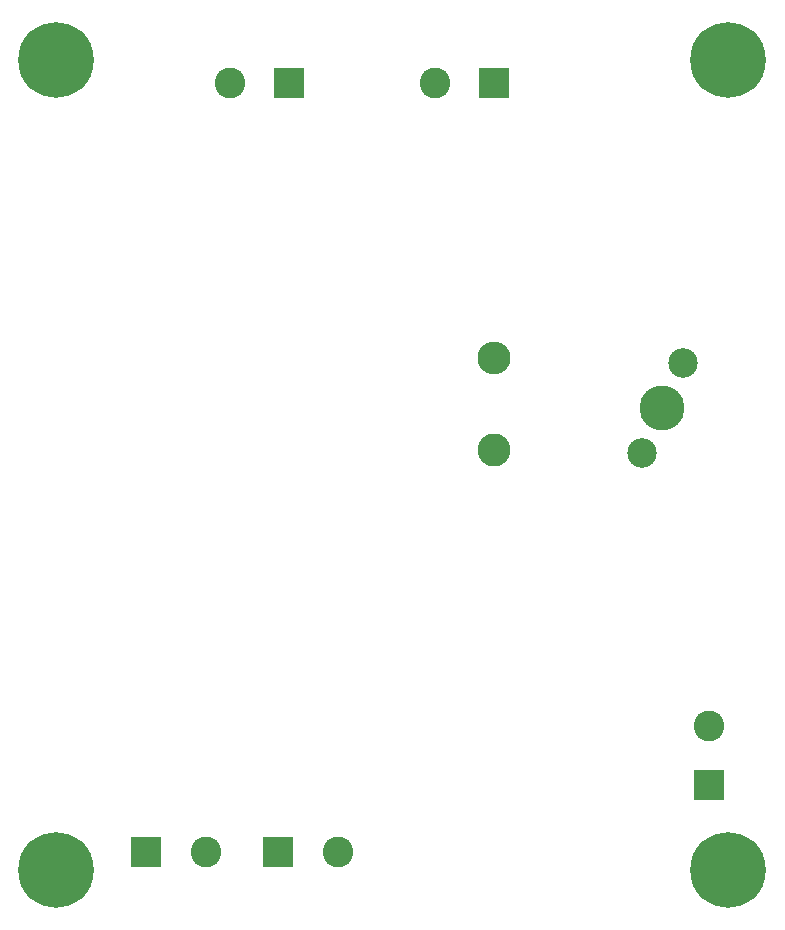
<source format=gbr>
%TF.GenerationSoftware,KiCad,Pcbnew,8.0.4*%
%TF.CreationDate,2025-06-08T20:42:27-04:00*%
%TF.ProjectId,12V-48V_Boost_Board,3132562d-3438-4565-9f42-6f6f73745f42,rev?*%
%TF.SameCoordinates,Original*%
%TF.FileFunction,Soldermask,Bot*%
%TF.FilePolarity,Negative*%
%FSLAX46Y46*%
G04 Gerber Fmt 4.6, Leading zero omitted, Abs format (unit mm)*
G04 Created by KiCad (PCBNEW 8.0.4) date 2025-06-08 20:42:27*
%MOMM*%
%LPD*%
G01*
G04 APERTURE LIST*
%ADD10C,2.600000*%
%ADD11R,2.600000X2.600000*%
%ADD12C,6.400000*%
%ADD13C,2.800000*%
%ADD14O,2.800000X2.800000*%
%ADD15C,3.810000*%
%ADD16C,2.500000*%
G04 APERTURE END LIST*
D10*
%TO.C,J4*%
X134540000Y-139192000D03*
D11*
X129540000Y-139192000D03*
%TD*%
%TO.C,J3*%
X166000000Y-133500000D03*
D10*
X166000000Y-128500000D03*
%TD*%
D12*
%TO.C,H4*%
X110744000Y-72136000D03*
%TD*%
D11*
%TO.C,J6*%
X130400000Y-74100000D03*
D10*
X125400000Y-74100000D03*
%TD*%
D13*
%TO.C,TH1*%
X147828000Y-105156000D03*
D14*
X147828000Y-97356000D03*
%TD*%
D12*
%TO.C,H1*%
X167640000Y-72136000D03*
%TD*%
D15*
%TO.C,F1*%
X162052000Y-101600000D03*
D16*
X163779000Y-97790000D03*
X160325000Y-105410000D03*
%TD*%
D12*
%TO.C,H3*%
X110744000Y-140716000D03*
%TD*%
%TO.C,H2*%
X167640000Y-140716000D03*
%TD*%
D11*
%TO.C,J1*%
X147788000Y-74100000D03*
D10*
X142788000Y-74100000D03*
%TD*%
D11*
%TO.C,J5*%
X118364000Y-139192000D03*
D10*
X123364000Y-139192000D03*
%TD*%
M02*

</source>
